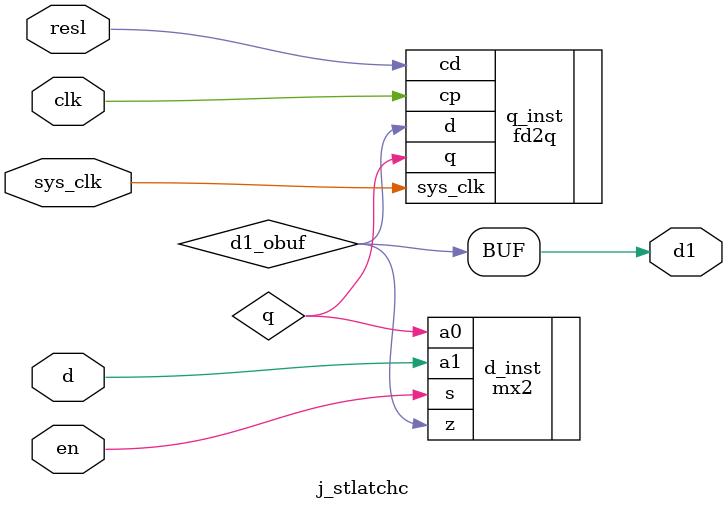
<source format=v>
/* verilator lint_off LITENDIAN */
`include "defs.v"

module j_stlatchc
(
	output d1,
	input d,
	input clk,
	input en,
	input resl,
	input sys_clk // Generated
);
wire q;

// Output buffers
wire d1_obuf;


// Output buffers
assign d1 = d1_obuf;


// LEGO.NET (81) - d : mx2
mx2 d_inst
(
	.z /* OUT */ (d1_obuf),
	.a0 /* IN */ (q),
	.a1 /* IN */ (d),
	.s /* IN */ (en)
);

// LEGO.NET (82) - q : fd2q
fd2q q_inst
(
	.q /* OUT */ (q),
	.d /* IN */ (d1_obuf),
	.cp /* IN */ (clk),
	.cd /* IN */ (resl),
	.sys_clk(sys_clk) // Generated
);
endmodule
/* verilator lint_on LITENDIAN */

</source>
